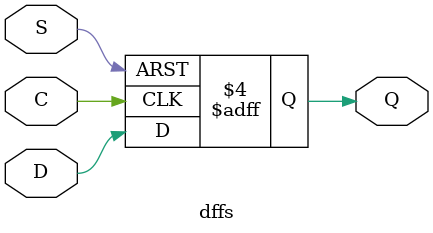
<source format=v>
(* abc9_box, lib_whitebox *)
module adder_lut4(
   output lut4_out,
   (* abc9_carry *)
   output cout,
   input [0:3] in,
   (* abc9_carry *)
   input cin
);
    parameter [0:15] LUT=0;
    parameter IN2_IS_CIN = 0;

    wire [0:3] li = (IN2_IS_CIN) ? {in[0], in[1], cin, in[3]} : {in[0], in[1], in[2], in[3]};

    // Output function
    wire [0:7] s1 = li[0] ?
        {LUT[1], LUT[3], LUT[5], LUT[7], LUT[9], LUT[11], LUT[13], LUT[15]}:
        {LUT[0], LUT[2], LUT[4], LUT[6], LUT[8], LUT[10], LUT[12], LUT[14]};

    wire [0:3] s2 = li[1] ? {s1[1], s1[3], s1[5], s1[7]} :
                            {s1[0], s1[2], s1[4], s1[6]};

    wire [0:1] s3 = li[2] ? {s2[1], s2[3]} : {s2[0], s2[2]};

    assign lut4_out = li[3] ? s3[1] : s3[0];
    
    // Carry out function
    assign cout = (s2[2]) ? cin : s2[3];
endmodule

(* abc9_lut=1, lib_whitebox *)
module frac_lut4(
   input [0:3] in,
   output [0:1] lut2_out,
   output lut4_out
);
    parameter [0:15] LUT = 0;
    
    // Effective LUT input
    wire [0:3] li = in;

    // Output function
    wire [0:7] s1 = li[0] ?
        {LUT[1], LUT[3], LUT[5], LUT[7], LUT[9], LUT[11], LUT[13], LUT[15]}:
        {LUT[0], LUT[2], LUT[4], LUT[6], LUT[8], LUT[10], LUT[12], LUT[14]};

    wire [0:3] s2 = li[1] ? {s1[1], s1[3], s1[5], s1[7]} :
                            {s1[0], s1[2], s1[4], s1[6]};

    wire [0:1] s3 = li[2] ? {s2[1], s2[3]} : {s2[0], s2[2]};

    assign lut2_out[0] = s2[2];
    assign lut2_out[1] = s2[3];

    assign  lut4_out = li[3] ? s3[1] : s3[0];

endmodule

(* abc9_flop, lib_whitebox *)
module scff(
    output reg Q,
    input D,
    input clk
);
    parameter [0:0] INIT = 1'b0;
    initial Q = INIT;

    always @(posedge clk)
        Q <= D;
endmodule

(* abc9_flop, lib_whitebox *)
module dff(
    output reg Q,
    input D,
    (* clkbuf_sink *)
    input C
);
    parameter [0:0] INIT = 1'b0;
    initial Q = INIT;

    always @(posedge C)
            Q <= D;
endmodule

(* abc9_flop, lib_whitebox *)
module dffr(
    output reg Q,
    input D,
    (* clkbuf_sink *)
    input C,
    input R
);
    parameter [0:0] INIT = 1'b0;
    initial Q = INIT;

    always @(posedge C or negedge R)
        if (!R)
            Q <= 1'b0;
        else 
            Q <= D;
endmodule

(* abc9_flop, lib_whitebox *)
module sh_dff(
    output reg Q,
    input D,
    (* clkbuf_sink *)
    input C
);
    parameter [0:0] INIT = 1'b0;
    initial Q = INIT;

    always @(posedge C)
            Q <= D;
endmodule

(* abc9_flop, lib_whitebox *)
module dffs(
    output reg Q,
    input D,
    (* clkbuf_sink *)
    input C,
    input S
);
    parameter [0:0] INIT = 1'b0;
    initial Q = INIT;

    always @(posedge C or negedge S)
        if (!S)
            Q <= 1'b1;
        else
            Q <= D;
endmodule

</source>
